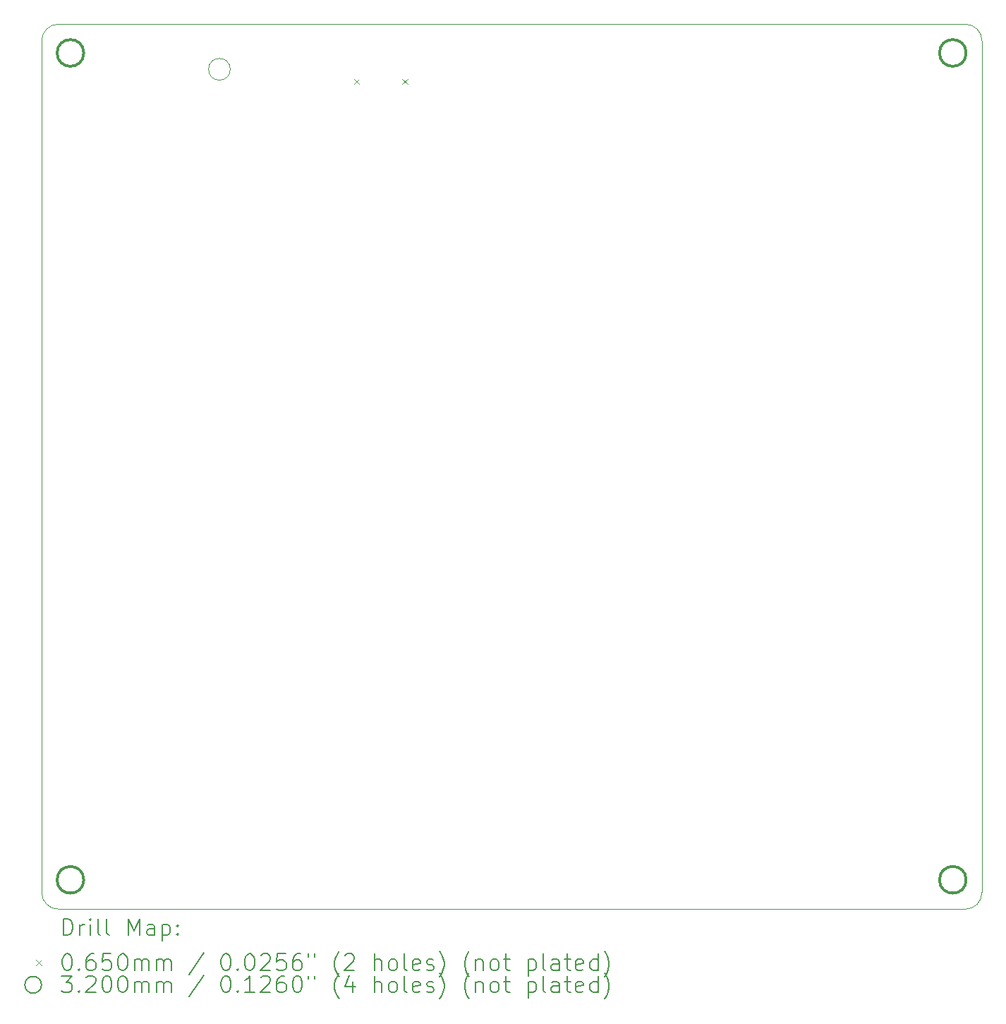
<source format=gbr>
%TF.GenerationSoftware,KiCad,Pcbnew,9.0.2*%
%TF.CreationDate,2025-06-16T21:06:24+01:00*%
%TF.ProjectId,WS2812B_strip_driver_wled,57533238-3132-4425-9f73-747269705f64,rev?*%
%TF.SameCoordinates,Original*%
%TF.FileFunction,Drillmap*%
%TF.FilePolarity,Positive*%
%FSLAX45Y45*%
G04 Gerber Fmt 4.5, Leading zero omitted, Abs format (unit mm)*
G04 Created by KiCad (PCBNEW 9.0.2) date 2025-06-16 21:06:24*
%MOMM*%
%LPD*%
G01*
G04 APERTURE LIST*
%ADD10C,0.050000*%
%ADD11C,0.200000*%
%ADD12C,0.100000*%
%ADD13C,0.320000*%
G04 APERTURE END LIST*
D10*
X12600136Y-17809718D02*
X12600333Y-7597000D01*
X12397242Y-7395055D02*
X1516250Y-7395001D01*
X12600136Y-17809908D02*
G75*
G02*
X12399000Y-18012994I-200216J-2852D01*
G01*
X12397241Y-7395050D02*
G75*
G02*
X12600333Y-7597000I2859J-200220D01*
G01*
X1315000Y-7598092D02*
X1315000Y-17810938D01*
X1314864Y-7598092D02*
G75*
G02*
X1516000Y-7395000I200218J2856D01*
G01*
X1518092Y-18012500D02*
X12399000Y-18013000D01*
X1518092Y-18012136D02*
G75*
G02*
X1315000Y-17811000I-2856J200218D01*
G01*
X3577934Y-7936156D02*
G75*
G02*
X3317886Y-7936156I-130024J0D01*
G01*
X3317886Y-7936156D02*
G75*
G02*
X3577934Y-7936156I130024J0D01*
G01*
D11*
D12*
X5063500Y-8050000D02*
X5128500Y-8115000D01*
X5128500Y-8050000D02*
X5063500Y-8115000D01*
X5641500Y-8050000D02*
X5706500Y-8115000D01*
X5706500Y-8050000D02*
X5641500Y-8115000D01*
D13*
X1820000Y-7740000D02*
G75*
G02*
X1500000Y-7740000I-160000J0D01*
G01*
X1500000Y-7740000D02*
G75*
G02*
X1820000Y-7740000I160000J0D01*
G01*
X1820000Y-17660000D02*
G75*
G02*
X1500000Y-17660000I-160000J0D01*
G01*
X1500000Y-17660000D02*
G75*
G02*
X1820000Y-17660000I160000J0D01*
G01*
X12410000Y-7740000D02*
G75*
G02*
X12090000Y-7740000I-160000J0D01*
G01*
X12090000Y-7740000D02*
G75*
G02*
X12410000Y-7740000I160000J0D01*
G01*
X12410000Y-17660000D02*
G75*
G02*
X12090000Y-17660000I-160000J0D01*
G01*
X12090000Y-17660000D02*
G75*
G02*
X12410000Y-17660000I160000J0D01*
G01*
D11*
X1573120Y-18326984D02*
X1573120Y-18126984D01*
X1573120Y-18126984D02*
X1620739Y-18126984D01*
X1620739Y-18126984D02*
X1649311Y-18136508D01*
X1649311Y-18136508D02*
X1668358Y-18155555D01*
X1668358Y-18155555D02*
X1677882Y-18174603D01*
X1677882Y-18174603D02*
X1687406Y-18212698D01*
X1687406Y-18212698D02*
X1687406Y-18241270D01*
X1687406Y-18241270D02*
X1677882Y-18279365D01*
X1677882Y-18279365D02*
X1668358Y-18298412D01*
X1668358Y-18298412D02*
X1649311Y-18317460D01*
X1649311Y-18317460D02*
X1620739Y-18326984D01*
X1620739Y-18326984D02*
X1573120Y-18326984D01*
X1773120Y-18326984D02*
X1773120Y-18193650D01*
X1773120Y-18231746D02*
X1782644Y-18212698D01*
X1782644Y-18212698D02*
X1792168Y-18203174D01*
X1792168Y-18203174D02*
X1811215Y-18193650D01*
X1811215Y-18193650D02*
X1830263Y-18193650D01*
X1896930Y-18326984D02*
X1896930Y-18193650D01*
X1896930Y-18126984D02*
X1887406Y-18136508D01*
X1887406Y-18136508D02*
X1896930Y-18146031D01*
X1896930Y-18146031D02*
X1906454Y-18136508D01*
X1906454Y-18136508D02*
X1896930Y-18126984D01*
X1896930Y-18126984D02*
X1896930Y-18146031D01*
X2020739Y-18326984D02*
X2001692Y-18317460D01*
X2001692Y-18317460D02*
X1992168Y-18298412D01*
X1992168Y-18298412D02*
X1992168Y-18126984D01*
X2125501Y-18326984D02*
X2106454Y-18317460D01*
X2106454Y-18317460D02*
X2096930Y-18298412D01*
X2096930Y-18298412D02*
X2096930Y-18126984D01*
X2354073Y-18326984D02*
X2354073Y-18126984D01*
X2354073Y-18126984D02*
X2420739Y-18269841D01*
X2420739Y-18269841D02*
X2487406Y-18126984D01*
X2487406Y-18126984D02*
X2487406Y-18326984D01*
X2668358Y-18326984D02*
X2668358Y-18222222D01*
X2668358Y-18222222D02*
X2658835Y-18203174D01*
X2658835Y-18203174D02*
X2639787Y-18193650D01*
X2639787Y-18193650D02*
X2601692Y-18193650D01*
X2601692Y-18193650D02*
X2582644Y-18203174D01*
X2668358Y-18317460D02*
X2649311Y-18326984D01*
X2649311Y-18326984D02*
X2601692Y-18326984D01*
X2601692Y-18326984D02*
X2582644Y-18317460D01*
X2582644Y-18317460D02*
X2573120Y-18298412D01*
X2573120Y-18298412D02*
X2573120Y-18279365D01*
X2573120Y-18279365D02*
X2582644Y-18260317D01*
X2582644Y-18260317D02*
X2601692Y-18250793D01*
X2601692Y-18250793D02*
X2649311Y-18250793D01*
X2649311Y-18250793D02*
X2668358Y-18241270D01*
X2763597Y-18193650D02*
X2763597Y-18393650D01*
X2763597Y-18203174D02*
X2782644Y-18193650D01*
X2782644Y-18193650D02*
X2820739Y-18193650D01*
X2820739Y-18193650D02*
X2839787Y-18203174D01*
X2839787Y-18203174D02*
X2849311Y-18212698D01*
X2849311Y-18212698D02*
X2858835Y-18231746D01*
X2858835Y-18231746D02*
X2858835Y-18288889D01*
X2858835Y-18288889D02*
X2849311Y-18307936D01*
X2849311Y-18307936D02*
X2839787Y-18317460D01*
X2839787Y-18317460D02*
X2820739Y-18326984D01*
X2820739Y-18326984D02*
X2782644Y-18326984D01*
X2782644Y-18326984D02*
X2763597Y-18317460D01*
X2944549Y-18307936D02*
X2954073Y-18317460D01*
X2954073Y-18317460D02*
X2944549Y-18326984D01*
X2944549Y-18326984D02*
X2935025Y-18317460D01*
X2935025Y-18317460D02*
X2944549Y-18307936D01*
X2944549Y-18307936D02*
X2944549Y-18326984D01*
X2944549Y-18203174D02*
X2954073Y-18212698D01*
X2954073Y-18212698D02*
X2944549Y-18222222D01*
X2944549Y-18222222D02*
X2935025Y-18212698D01*
X2935025Y-18212698D02*
X2944549Y-18203174D01*
X2944549Y-18203174D02*
X2944549Y-18222222D01*
D12*
X1247344Y-18623000D02*
X1312344Y-18688000D01*
X1312344Y-18623000D02*
X1247344Y-18688000D01*
D11*
X1611215Y-18546984D02*
X1630263Y-18546984D01*
X1630263Y-18546984D02*
X1649311Y-18556508D01*
X1649311Y-18556508D02*
X1658835Y-18566031D01*
X1658835Y-18566031D02*
X1668358Y-18585079D01*
X1668358Y-18585079D02*
X1677882Y-18623174D01*
X1677882Y-18623174D02*
X1677882Y-18670793D01*
X1677882Y-18670793D02*
X1668358Y-18708889D01*
X1668358Y-18708889D02*
X1658835Y-18727936D01*
X1658835Y-18727936D02*
X1649311Y-18737460D01*
X1649311Y-18737460D02*
X1630263Y-18746984D01*
X1630263Y-18746984D02*
X1611215Y-18746984D01*
X1611215Y-18746984D02*
X1592168Y-18737460D01*
X1592168Y-18737460D02*
X1582644Y-18727936D01*
X1582644Y-18727936D02*
X1573120Y-18708889D01*
X1573120Y-18708889D02*
X1563596Y-18670793D01*
X1563596Y-18670793D02*
X1563596Y-18623174D01*
X1563596Y-18623174D02*
X1573120Y-18585079D01*
X1573120Y-18585079D02*
X1582644Y-18566031D01*
X1582644Y-18566031D02*
X1592168Y-18556508D01*
X1592168Y-18556508D02*
X1611215Y-18546984D01*
X1763596Y-18727936D02*
X1773120Y-18737460D01*
X1773120Y-18737460D02*
X1763596Y-18746984D01*
X1763596Y-18746984D02*
X1754073Y-18737460D01*
X1754073Y-18737460D02*
X1763596Y-18727936D01*
X1763596Y-18727936D02*
X1763596Y-18746984D01*
X1944549Y-18546984D02*
X1906454Y-18546984D01*
X1906454Y-18546984D02*
X1887406Y-18556508D01*
X1887406Y-18556508D02*
X1877882Y-18566031D01*
X1877882Y-18566031D02*
X1858835Y-18594603D01*
X1858835Y-18594603D02*
X1849311Y-18632698D01*
X1849311Y-18632698D02*
X1849311Y-18708889D01*
X1849311Y-18708889D02*
X1858835Y-18727936D01*
X1858835Y-18727936D02*
X1868358Y-18737460D01*
X1868358Y-18737460D02*
X1887406Y-18746984D01*
X1887406Y-18746984D02*
X1925501Y-18746984D01*
X1925501Y-18746984D02*
X1944549Y-18737460D01*
X1944549Y-18737460D02*
X1954073Y-18727936D01*
X1954073Y-18727936D02*
X1963596Y-18708889D01*
X1963596Y-18708889D02*
X1963596Y-18661270D01*
X1963596Y-18661270D02*
X1954073Y-18642222D01*
X1954073Y-18642222D02*
X1944549Y-18632698D01*
X1944549Y-18632698D02*
X1925501Y-18623174D01*
X1925501Y-18623174D02*
X1887406Y-18623174D01*
X1887406Y-18623174D02*
X1868358Y-18632698D01*
X1868358Y-18632698D02*
X1858835Y-18642222D01*
X1858835Y-18642222D02*
X1849311Y-18661270D01*
X2144549Y-18546984D02*
X2049311Y-18546984D01*
X2049311Y-18546984D02*
X2039787Y-18642222D01*
X2039787Y-18642222D02*
X2049311Y-18632698D01*
X2049311Y-18632698D02*
X2068358Y-18623174D01*
X2068358Y-18623174D02*
X2115978Y-18623174D01*
X2115978Y-18623174D02*
X2135025Y-18632698D01*
X2135025Y-18632698D02*
X2144549Y-18642222D01*
X2144549Y-18642222D02*
X2154073Y-18661270D01*
X2154073Y-18661270D02*
X2154073Y-18708889D01*
X2154073Y-18708889D02*
X2144549Y-18727936D01*
X2144549Y-18727936D02*
X2135025Y-18737460D01*
X2135025Y-18737460D02*
X2115978Y-18746984D01*
X2115978Y-18746984D02*
X2068358Y-18746984D01*
X2068358Y-18746984D02*
X2049311Y-18737460D01*
X2049311Y-18737460D02*
X2039787Y-18727936D01*
X2277882Y-18546984D02*
X2296930Y-18546984D01*
X2296930Y-18546984D02*
X2315978Y-18556508D01*
X2315978Y-18556508D02*
X2325501Y-18566031D01*
X2325501Y-18566031D02*
X2335025Y-18585079D01*
X2335025Y-18585079D02*
X2344549Y-18623174D01*
X2344549Y-18623174D02*
X2344549Y-18670793D01*
X2344549Y-18670793D02*
X2335025Y-18708889D01*
X2335025Y-18708889D02*
X2325501Y-18727936D01*
X2325501Y-18727936D02*
X2315978Y-18737460D01*
X2315978Y-18737460D02*
X2296930Y-18746984D01*
X2296930Y-18746984D02*
X2277882Y-18746984D01*
X2277882Y-18746984D02*
X2258835Y-18737460D01*
X2258835Y-18737460D02*
X2249311Y-18727936D01*
X2249311Y-18727936D02*
X2239787Y-18708889D01*
X2239787Y-18708889D02*
X2230263Y-18670793D01*
X2230263Y-18670793D02*
X2230263Y-18623174D01*
X2230263Y-18623174D02*
X2239787Y-18585079D01*
X2239787Y-18585079D02*
X2249311Y-18566031D01*
X2249311Y-18566031D02*
X2258835Y-18556508D01*
X2258835Y-18556508D02*
X2277882Y-18546984D01*
X2430263Y-18746984D02*
X2430263Y-18613650D01*
X2430263Y-18632698D02*
X2439787Y-18623174D01*
X2439787Y-18623174D02*
X2458835Y-18613650D01*
X2458835Y-18613650D02*
X2487406Y-18613650D01*
X2487406Y-18613650D02*
X2506454Y-18623174D01*
X2506454Y-18623174D02*
X2515978Y-18642222D01*
X2515978Y-18642222D02*
X2515978Y-18746984D01*
X2515978Y-18642222D02*
X2525501Y-18623174D01*
X2525501Y-18623174D02*
X2544549Y-18613650D01*
X2544549Y-18613650D02*
X2573120Y-18613650D01*
X2573120Y-18613650D02*
X2592168Y-18623174D01*
X2592168Y-18623174D02*
X2601692Y-18642222D01*
X2601692Y-18642222D02*
X2601692Y-18746984D01*
X2696930Y-18746984D02*
X2696930Y-18613650D01*
X2696930Y-18632698D02*
X2706454Y-18623174D01*
X2706454Y-18623174D02*
X2725501Y-18613650D01*
X2725501Y-18613650D02*
X2754073Y-18613650D01*
X2754073Y-18613650D02*
X2773120Y-18623174D01*
X2773120Y-18623174D02*
X2782644Y-18642222D01*
X2782644Y-18642222D02*
X2782644Y-18746984D01*
X2782644Y-18642222D02*
X2792168Y-18623174D01*
X2792168Y-18623174D02*
X2811216Y-18613650D01*
X2811216Y-18613650D02*
X2839787Y-18613650D01*
X2839787Y-18613650D02*
X2858835Y-18623174D01*
X2858835Y-18623174D02*
X2868358Y-18642222D01*
X2868358Y-18642222D02*
X2868358Y-18746984D01*
X3258835Y-18537460D02*
X3087406Y-18794603D01*
X3515978Y-18546984D02*
X3535025Y-18546984D01*
X3535025Y-18546984D02*
X3554073Y-18556508D01*
X3554073Y-18556508D02*
X3563597Y-18566031D01*
X3563597Y-18566031D02*
X3573120Y-18585079D01*
X3573120Y-18585079D02*
X3582644Y-18623174D01*
X3582644Y-18623174D02*
X3582644Y-18670793D01*
X3582644Y-18670793D02*
X3573120Y-18708889D01*
X3573120Y-18708889D02*
X3563597Y-18727936D01*
X3563597Y-18727936D02*
X3554073Y-18737460D01*
X3554073Y-18737460D02*
X3535025Y-18746984D01*
X3535025Y-18746984D02*
X3515978Y-18746984D01*
X3515978Y-18746984D02*
X3496930Y-18737460D01*
X3496930Y-18737460D02*
X3487406Y-18727936D01*
X3487406Y-18727936D02*
X3477882Y-18708889D01*
X3477882Y-18708889D02*
X3468359Y-18670793D01*
X3468359Y-18670793D02*
X3468359Y-18623174D01*
X3468359Y-18623174D02*
X3477882Y-18585079D01*
X3477882Y-18585079D02*
X3487406Y-18566031D01*
X3487406Y-18566031D02*
X3496930Y-18556508D01*
X3496930Y-18556508D02*
X3515978Y-18546984D01*
X3668359Y-18727936D02*
X3677882Y-18737460D01*
X3677882Y-18737460D02*
X3668359Y-18746984D01*
X3668359Y-18746984D02*
X3658835Y-18737460D01*
X3658835Y-18737460D02*
X3668359Y-18727936D01*
X3668359Y-18727936D02*
X3668359Y-18746984D01*
X3801692Y-18546984D02*
X3820740Y-18546984D01*
X3820740Y-18546984D02*
X3839787Y-18556508D01*
X3839787Y-18556508D02*
X3849311Y-18566031D01*
X3849311Y-18566031D02*
X3858835Y-18585079D01*
X3858835Y-18585079D02*
X3868359Y-18623174D01*
X3868359Y-18623174D02*
X3868359Y-18670793D01*
X3868359Y-18670793D02*
X3858835Y-18708889D01*
X3858835Y-18708889D02*
X3849311Y-18727936D01*
X3849311Y-18727936D02*
X3839787Y-18737460D01*
X3839787Y-18737460D02*
X3820740Y-18746984D01*
X3820740Y-18746984D02*
X3801692Y-18746984D01*
X3801692Y-18746984D02*
X3782644Y-18737460D01*
X3782644Y-18737460D02*
X3773120Y-18727936D01*
X3773120Y-18727936D02*
X3763597Y-18708889D01*
X3763597Y-18708889D02*
X3754073Y-18670793D01*
X3754073Y-18670793D02*
X3754073Y-18623174D01*
X3754073Y-18623174D02*
X3763597Y-18585079D01*
X3763597Y-18585079D02*
X3773120Y-18566031D01*
X3773120Y-18566031D02*
X3782644Y-18556508D01*
X3782644Y-18556508D02*
X3801692Y-18546984D01*
X3944549Y-18566031D02*
X3954073Y-18556508D01*
X3954073Y-18556508D02*
X3973120Y-18546984D01*
X3973120Y-18546984D02*
X4020740Y-18546984D01*
X4020740Y-18546984D02*
X4039787Y-18556508D01*
X4039787Y-18556508D02*
X4049311Y-18566031D01*
X4049311Y-18566031D02*
X4058835Y-18585079D01*
X4058835Y-18585079D02*
X4058835Y-18604127D01*
X4058835Y-18604127D02*
X4049311Y-18632698D01*
X4049311Y-18632698D02*
X3935025Y-18746984D01*
X3935025Y-18746984D02*
X4058835Y-18746984D01*
X4239787Y-18546984D02*
X4144549Y-18546984D01*
X4144549Y-18546984D02*
X4135025Y-18642222D01*
X4135025Y-18642222D02*
X4144549Y-18632698D01*
X4144549Y-18632698D02*
X4163597Y-18623174D01*
X4163597Y-18623174D02*
X4211216Y-18623174D01*
X4211216Y-18623174D02*
X4230263Y-18632698D01*
X4230263Y-18632698D02*
X4239787Y-18642222D01*
X4239787Y-18642222D02*
X4249311Y-18661270D01*
X4249311Y-18661270D02*
X4249311Y-18708889D01*
X4249311Y-18708889D02*
X4239787Y-18727936D01*
X4239787Y-18727936D02*
X4230263Y-18737460D01*
X4230263Y-18737460D02*
X4211216Y-18746984D01*
X4211216Y-18746984D02*
X4163597Y-18746984D01*
X4163597Y-18746984D02*
X4144549Y-18737460D01*
X4144549Y-18737460D02*
X4135025Y-18727936D01*
X4420740Y-18546984D02*
X4382644Y-18546984D01*
X4382644Y-18546984D02*
X4363597Y-18556508D01*
X4363597Y-18556508D02*
X4354073Y-18566031D01*
X4354073Y-18566031D02*
X4335025Y-18594603D01*
X4335025Y-18594603D02*
X4325502Y-18632698D01*
X4325502Y-18632698D02*
X4325502Y-18708889D01*
X4325502Y-18708889D02*
X4335025Y-18727936D01*
X4335025Y-18727936D02*
X4344549Y-18737460D01*
X4344549Y-18737460D02*
X4363597Y-18746984D01*
X4363597Y-18746984D02*
X4401692Y-18746984D01*
X4401692Y-18746984D02*
X4420740Y-18737460D01*
X4420740Y-18737460D02*
X4430263Y-18727936D01*
X4430263Y-18727936D02*
X4439787Y-18708889D01*
X4439787Y-18708889D02*
X4439787Y-18661270D01*
X4439787Y-18661270D02*
X4430263Y-18642222D01*
X4430263Y-18642222D02*
X4420740Y-18632698D01*
X4420740Y-18632698D02*
X4401692Y-18623174D01*
X4401692Y-18623174D02*
X4363597Y-18623174D01*
X4363597Y-18623174D02*
X4344549Y-18632698D01*
X4344549Y-18632698D02*
X4335025Y-18642222D01*
X4335025Y-18642222D02*
X4325502Y-18661270D01*
X4515978Y-18546984D02*
X4515978Y-18585079D01*
X4592168Y-18546984D02*
X4592168Y-18585079D01*
X4887406Y-18823174D02*
X4877883Y-18813650D01*
X4877883Y-18813650D02*
X4858835Y-18785079D01*
X4858835Y-18785079D02*
X4849311Y-18766031D01*
X4849311Y-18766031D02*
X4839787Y-18737460D01*
X4839787Y-18737460D02*
X4830264Y-18689841D01*
X4830264Y-18689841D02*
X4830264Y-18651746D01*
X4830264Y-18651746D02*
X4839787Y-18604127D01*
X4839787Y-18604127D02*
X4849311Y-18575555D01*
X4849311Y-18575555D02*
X4858835Y-18556508D01*
X4858835Y-18556508D02*
X4877883Y-18527936D01*
X4877883Y-18527936D02*
X4887406Y-18518412D01*
X4954073Y-18566031D02*
X4963597Y-18556508D01*
X4963597Y-18556508D02*
X4982644Y-18546984D01*
X4982644Y-18546984D02*
X5030264Y-18546984D01*
X5030264Y-18546984D02*
X5049311Y-18556508D01*
X5049311Y-18556508D02*
X5058835Y-18566031D01*
X5058835Y-18566031D02*
X5068359Y-18585079D01*
X5068359Y-18585079D02*
X5068359Y-18604127D01*
X5068359Y-18604127D02*
X5058835Y-18632698D01*
X5058835Y-18632698D02*
X4944549Y-18746984D01*
X4944549Y-18746984D02*
X5068359Y-18746984D01*
X5306454Y-18746984D02*
X5306454Y-18546984D01*
X5392168Y-18746984D02*
X5392168Y-18642222D01*
X5392168Y-18642222D02*
X5382645Y-18623174D01*
X5382645Y-18623174D02*
X5363597Y-18613650D01*
X5363597Y-18613650D02*
X5335025Y-18613650D01*
X5335025Y-18613650D02*
X5315978Y-18623174D01*
X5315978Y-18623174D02*
X5306454Y-18632698D01*
X5515978Y-18746984D02*
X5496930Y-18737460D01*
X5496930Y-18737460D02*
X5487406Y-18727936D01*
X5487406Y-18727936D02*
X5477883Y-18708889D01*
X5477883Y-18708889D02*
X5477883Y-18651746D01*
X5477883Y-18651746D02*
X5487406Y-18632698D01*
X5487406Y-18632698D02*
X5496930Y-18623174D01*
X5496930Y-18623174D02*
X5515978Y-18613650D01*
X5515978Y-18613650D02*
X5544549Y-18613650D01*
X5544549Y-18613650D02*
X5563597Y-18623174D01*
X5563597Y-18623174D02*
X5573121Y-18632698D01*
X5573121Y-18632698D02*
X5582645Y-18651746D01*
X5582645Y-18651746D02*
X5582645Y-18708889D01*
X5582645Y-18708889D02*
X5573121Y-18727936D01*
X5573121Y-18727936D02*
X5563597Y-18737460D01*
X5563597Y-18737460D02*
X5544549Y-18746984D01*
X5544549Y-18746984D02*
X5515978Y-18746984D01*
X5696930Y-18746984D02*
X5677883Y-18737460D01*
X5677883Y-18737460D02*
X5668359Y-18718412D01*
X5668359Y-18718412D02*
X5668359Y-18546984D01*
X5849311Y-18737460D02*
X5830264Y-18746984D01*
X5830264Y-18746984D02*
X5792168Y-18746984D01*
X5792168Y-18746984D02*
X5773121Y-18737460D01*
X5773121Y-18737460D02*
X5763597Y-18718412D01*
X5763597Y-18718412D02*
X5763597Y-18642222D01*
X5763597Y-18642222D02*
X5773121Y-18623174D01*
X5773121Y-18623174D02*
X5792168Y-18613650D01*
X5792168Y-18613650D02*
X5830264Y-18613650D01*
X5830264Y-18613650D02*
X5849311Y-18623174D01*
X5849311Y-18623174D02*
X5858835Y-18642222D01*
X5858835Y-18642222D02*
X5858835Y-18661270D01*
X5858835Y-18661270D02*
X5763597Y-18680317D01*
X5935025Y-18737460D02*
X5954073Y-18746984D01*
X5954073Y-18746984D02*
X5992168Y-18746984D01*
X5992168Y-18746984D02*
X6011216Y-18737460D01*
X6011216Y-18737460D02*
X6020740Y-18718412D01*
X6020740Y-18718412D02*
X6020740Y-18708889D01*
X6020740Y-18708889D02*
X6011216Y-18689841D01*
X6011216Y-18689841D02*
X5992168Y-18680317D01*
X5992168Y-18680317D02*
X5963597Y-18680317D01*
X5963597Y-18680317D02*
X5944549Y-18670793D01*
X5944549Y-18670793D02*
X5935025Y-18651746D01*
X5935025Y-18651746D02*
X5935025Y-18642222D01*
X5935025Y-18642222D02*
X5944549Y-18623174D01*
X5944549Y-18623174D02*
X5963597Y-18613650D01*
X5963597Y-18613650D02*
X5992168Y-18613650D01*
X5992168Y-18613650D02*
X6011216Y-18623174D01*
X6087406Y-18823174D02*
X6096930Y-18813650D01*
X6096930Y-18813650D02*
X6115978Y-18785079D01*
X6115978Y-18785079D02*
X6125502Y-18766031D01*
X6125502Y-18766031D02*
X6135025Y-18737460D01*
X6135025Y-18737460D02*
X6144549Y-18689841D01*
X6144549Y-18689841D02*
X6144549Y-18651746D01*
X6144549Y-18651746D02*
X6135025Y-18604127D01*
X6135025Y-18604127D02*
X6125502Y-18575555D01*
X6125502Y-18575555D02*
X6115978Y-18556508D01*
X6115978Y-18556508D02*
X6096930Y-18527936D01*
X6096930Y-18527936D02*
X6087406Y-18518412D01*
X6449311Y-18823174D02*
X6439787Y-18813650D01*
X6439787Y-18813650D02*
X6420740Y-18785079D01*
X6420740Y-18785079D02*
X6411216Y-18766031D01*
X6411216Y-18766031D02*
X6401692Y-18737460D01*
X6401692Y-18737460D02*
X6392168Y-18689841D01*
X6392168Y-18689841D02*
X6392168Y-18651746D01*
X6392168Y-18651746D02*
X6401692Y-18604127D01*
X6401692Y-18604127D02*
X6411216Y-18575555D01*
X6411216Y-18575555D02*
X6420740Y-18556508D01*
X6420740Y-18556508D02*
X6439787Y-18527936D01*
X6439787Y-18527936D02*
X6449311Y-18518412D01*
X6525502Y-18613650D02*
X6525502Y-18746984D01*
X6525502Y-18632698D02*
X6535025Y-18623174D01*
X6535025Y-18623174D02*
X6554073Y-18613650D01*
X6554073Y-18613650D02*
X6582645Y-18613650D01*
X6582645Y-18613650D02*
X6601692Y-18623174D01*
X6601692Y-18623174D02*
X6611216Y-18642222D01*
X6611216Y-18642222D02*
X6611216Y-18746984D01*
X6735025Y-18746984D02*
X6715978Y-18737460D01*
X6715978Y-18737460D02*
X6706454Y-18727936D01*
X6706454Y-18727936D02*
X6696930Y-18708889D01*
X6696930Y-18708889D02*
X6696930Y-18651746D01*
X6696930Y-18651746D02*
X6706454Y-18632698D01*
X6706454Y-18632698D02*
X6715978Y-18623174D01*
X6715978Y-18623174D02*
X6735025Y-18613650D01*
X6735025Y-18613650D02*
X6763597Y-18613650D01*
X6763597Y-18613650D02*
X6782645Y-18623174D01*
X6782645Y-18623174D02*
X6792168Y-18632698D01*
X6792168Y-18632698D02*
X6801692Y-18651746D01*
X6801692Y-18651746D02*
X6801692Y-18708889D01*
X6801692Y-18708889D02*
X6792168Y-18727936D01*
X6792168Y-18727936D02*
X6782645Y-18737460D01*
X6782645Y-18737460D02*
X6763597Y-18746984D01*
X6763597Y-18746984D02*
X6735025Y-18746984D01*
X6858835Y-18613650D02*
X6935025Y-18613650D01*
X6887406Y-18546984D02*
X6887406Y-18718412D01*
X6887406Y-18718412D02*
X6896930Y-18737460D01*
X6896930Y-18737460D02*
X6915978Y-18746984D01*
X6915978Y-18746984D02*
X6935025Y-18746984D01*
X7154073Y-18613650D02*
X7154073Y-18813650D01*
X7154073Y-18623174D02*
X7173121Y-18613650D01*
X7173121Y-18613650D02*
X7211216Y-18613650D01*
X7211216Y-18613650D02*
X7230264Y-18623174D01*
X7230264Y-18623174D02*
X7239787Y-18632698D01*
X7239787Y-18632698D02*
X7249311Y-18651746D01*
X7249311Y-18651746D02*
X7249311Y-18708889D01*
X7249311Y-18708889D02*
X7239787Y-18727936D01*
X7239787Y-18727936D02*
X7230264Y-18737460D01*
X7230264Y-18737460D02*
X7211216Y-18746984D01*
X7211216Y-18746984D02*
X7173121Y-18746984D01*
X7173121Y-18746984D02*
X7154073Y-18737460D01*
X7363597Y-18746984D02*
X7344549Y-18737460D01*
X7344549Y-18737460D02*
X7335026Y-18718412D01*
X7335026Y-18718412D02*
X7335026Y-18546984D01*
X7525502Y-18746984D02*
X7525502Y-18642222D01*
X7525502Y-18642222D02*
X7515978Y-18623174D01*
X7515978Y-18623174D02*
X7496930Y-18613650D01*
X7496930Y-18613650D02*
X7458835Y-18613650D01*
X7458835Y-18613650D02*
X7439787Y-18623174D01*
X7525502Y-18737460D02*
X7506454Y-18746984D01*
X7506454Y-18746984D02*
X7458835Y-18746984D01*
X7458835Y-18746984D02*
X7439787Y-18737460D01*
X7439787Y-18737460D02*
X7430264Y-18718412D01*
X7430264Y-18718412D02*
X7430264Y-18699365D01*
X7430264Y-18699365D02*
X7439787Y-18680317D01*
X7439787Y-18680317D02*
X7458835Y-18670793D01*
X7458835Y-18670793D02*
X7506454Y-18670793D01*
X7506454Y-18670793D02*
X7525502Y-18661270D01*
X7592168Y-18613650D02*
X7668359Y-18613650D01*
X7620740Y-18546984D02*
X7620740Y-18718412D01*
X7620740Y-18718412D02*
X7630264Y-18737460D01*
X7630264Y-18737460D02*
X7649311Y-18746984D01*
X7649311Y-18746984D02*
X7668359Y-18746984D01*
X7811216Y-18737460D02*
X7792168Y-18746984D01*
X7792168Y-18746984D02*
X7754073Y-18746984D01*
X7754073Y-18746984D02*
X7735026Y-18737460D01*
X7735026Y-18737460D02*
X7725502Y-18718412D01*
X7725502Y-18718412D02*
X7725502Y-18642222D01*
X7725502Y-18642222D02*
X7735026Y-18623174D01*
X7735026Y-18623174D02*
X7754073Y-18613650D01*
X7754073Y-18613650D02*
X7792168Y-18613650D01*
X7792168Y-18613650D02*
X7811216Y-18623174D01*
X7811216Y-18623174D02*
X7820740Y-18642222D01*
X7820740Y-18642222D02*
X7820740Y-18661270D01*
X7820740Y-18661270D02*
X7725502Y-18680317D01*
X7992168Y-18746984D02*
X7992168Y-18546984D01*
X7992168Y-18737460D02*
X7973121Y-18746984D01*
X7973121Y-18746984D02*
X7935026Y-18746984D01*
X7935026Y-18746984D02*
X7915978Y-18737460D01*
X7915978Y-18737460D02*
X7906454Y-18727936D01*
X7906454Y-18727936D02*
X7896930Y-18708889D01*
X7896930Y-18708889D02*
X7896930Y-18651746D01*
X7896930Y-18651746D02*
X7906454Y-18632698D01*
X7906454Y-18632698D02*
X7915978Y-18623174D01*
X7915978Y-18623174D02*
X7935026Y-18613650D01*
X7935026Y-18613650D02*
X7973121Y-18613650D01*
X7973121Y-18613650D02*
X7992168Y-18623174D01*
X8068359Y-18823174D02*
X8077883Y-18813650D01*
X8077883Y-18813650D02*
X8096930Y-18785079D01*
X8096930Y-18785079D02*
X8106454Y-18766031D01*
X8106454Y-18766031D02*
X8115978Y-18737460D01*
X8115978Y-18737460D02*
X8125502Y-18689841D01*
X8125502Y-18689841D02*
X8125502Y-18651746D01*
X8125502Y-18651746D02*
X8115978Y-18604127D01*
X8115978Y-18604127D02*
X8106454Y-18575555D01*
X8106454Y-18575555D02*
X8096930Y-18556508D01*
X8096930Y-18556508D02*
X8077883Y-18527936D01*
X8077883Y-18527936D02*
X8068359Y-18518412D01*
X1312344Y-18919500D02*
G75*
G02*
X1112344Y-18919500I-100000J0D01*
G01*
X1112344Y-18919500D02*
G75*
G02*
X1312344Y-18919500I100000J0D01*
G01*
X1554073Y-18810984D02*
X1677882Y-18810984D01*
X1677882Y-18810984D02*
X1611215Y-18887174D01*
X1611215Y-18887174D02*
X1639787Y-18887174D01*
X1639787Y-18887174D02*
X1658835Y-18896698D01*
X1658835Y-18896698D02*
X1668358Y-18906222D01*
X1668358Y-18906222D02*
X1677882Y-18925270D01*
X1677882Y-18925270D02*
X1677882Y-18972889D01*
X1677882Y-18972889D02*
X1668358Y-18991936D01*
X1668358Y-18991936D02*
X1658835Y-19001460D01*
X1658835Y-19001460D02*
X1639787Y-19010984D01*
X1639787Y-19010984D02*
X1582644Y-19010984D01*
X1582644Y-19010984D02*
X1563596Y-19001460D01*
X1563596Y-19001460D02*
X1554073Y-18991936D01*
X1763596Y-18991936D02*
X1773120Y-19001460D01*
X1773120Y-19001460D02*
X1763596Y-19010984D01*
X1763596Y-19010984D02*
X1754073Y-19001460D01*
X1754073Y-19001460D02*
X1763596Y-18991936D01*
X1763596Y-18991936D02*
X1763596Y-19010984D01*
X1849311Y-18830031D02*
X1858835Y-18820508D01*
X1858835Y-18820508D02*
X1877882Y-18810984D01*
X1877882Y-18810984D02*
X1925501Y-18810984D01*
X1925501Y-18810984D02*
X1944549Y-18820508D01*
X1944549Y-18820508D02*
X1954073Y-18830031D01*
X1954073Y-18830031D02*
X1963596Y-18849079D01*
X1963596Y-18849079D02*
X1963596Y-18868127D01*
X1963596Y-18868127D02*
X1954073Y-18896698D01*
X1954073Y-18896698D02*
X1839787Y-19010984D01*
X1839787Y-19010984D02*
X1963596Y-19010984D01*
X2087406Y-18810984D02*
X2106454Y-18810984D01*
X2106454Y-18810984D02*
X2125501Y-18820508D01*
X2125501Y-18820508D02*
X2135025Y-18830031D01*
X2135025Y-18830031D02*
X2144549Y-18849079D01*
X2144549Y-18849079D02*
X2154073Y-18887174D01*
X2154073Y-18887174D02*
X2154073Y-18934793D01*
X2154073Y-18934793D02*
X2144549Y-18972889D01*
X2144549Y-18972889D02*
X2135025Y-18991936D01*
X2135025Y-18991936D02*
X2125501Y-19001460D01*
X2125501Y-19001460D02*
X2106454Y-19010984D01*
X2106454Y-19010984D02*
X2087406Y-19010984D01*
X2087406Y-19010984D02*
X2068358Y-19001460D01*
X2068358Y-19001460D02*
X2058835Y-18991936D01*
X2058835Y-18991936D02*
X2049311Y-18972889D01*
X2049311Y-18972889D02*
X2039787Y-18934793D01*
X2039787Y-18934793D02*
X2039787Y-18887174D01*
X2039787Y-18887174D02*
X2049311Y-18849079D01*
X2049311Y-18849079D02*
X2058835Y-18830031D01*
X2058835Y-18830031D02*
X2068358Y-18820508D01*
X2068358Y-18820508D02*
X2087406Y-18810984D01*
X2277882Y-18810984D02*
X2296930Y-18810984D01*
X2296930Y-18810984D02*
X2315978Y-18820508D01*
X2315978Y-18820508D02*
X2325501Y-18830031D01*
X2325501Y-18830031D02*
X2335025Y-18849079D01*
X2335025Y-18849079D02*
X2344549Y-18887174D01*
X2344549Y-18887174D02*
X2344549Y-18934793D01*
X2344549Y-18934793D02*
X2335025Y-18972889D01*
X2335025Y-18972889D02*
X2325501Y-18991936D01*
X2325501Y-18991936D02*
X2315978Y-19001460D01*
X2315978Y-19001460D02*
X2296930Y-19010984D01*
X2296930Y-19010984D02*
X2277882Y-19010984D01*
X2277882Y-19010984D02*
X2258835Y-19001460D01*
X2258835Y-19001460D02*
X2249311Y-18991936D01*
X2249311Y-18991936D02*
X2239787Y-18972889D01*
X2239787Y-18972889D02*
X2230263Y-18934793D01*
X2230263Y-18934793D02*
X2230263Y-18887174D01*
X2230263Y-18887174D02*
X2239787Y-18849079D01*
X2239787Y-18849079D02*
X2249311Y-18830031D01*
X2249311Y-18830031D02*
X2258835Y-18820508D01*
X2258835Y-18820508D02*
X2277882Y-18810984D01*
X2430263Y-19010984D02*
X2430263Y-18877650D01*
X2430263Y-18896698D02*
X2439787Y-18887174D01*
X2439787Y-18887174D02*
X2458835Y-18877650D01*
X2458835Y-18877650D02*
X2487406Y-18877650D01*
X2487406Y-18877650D02*
X2506454Y-18887174D01*
X2506454Y-18887174D02*
X2515978Y-18906222D01*
X2515978Y-18906222D02*
X2515978Y-19010984D01*
X2515978Y-18906222D02*
X2525501Y-18887174D01*
X2525501Y-18887174D02*
X2544549Y-18877650D01*
X2544549Y-18877650D02*
X2573120Y-18877650D01*
X2573120Y-18877650D02*
X2592168Y-18887174D01*
X2592168Y-18887174D02*
X2601692Y-18906222D01*
X2601692Y-18906222D02*
X2601692Y-19010984D01*
X2696930Y-19010984D02*
X2696930Y-18877650D01*
X2696930Y-18896698D02*
X2706454Y-18887174D01*
X2706454Y-18887174D02*
X2725501Y-18877650D01*
X2725501Y-18877650D02*
X2754073Y-18877650D01*
X2754073Y-18877650D02*
X2773120Y-18887174D01*
X2773120Y-18887174D02*
X2782644Y-18906222D01*
X2782644Y-18906222D02*
X2782644Y-19010984D01*
X2782644Y-18906222D02*
X2792168Y-18887174D01*
X2792168Y-18887174D02*
X2811216Y-18877650D01*
X2811216Y-18877650D02*
X2839787Y-18877650D01*
X2839787Y-18877650D02*
X2858835Y-18887174D01*
X2858835Y-18887174D02*
X2868358Y-18906222D01*
X2868358Y-18906222D02*
X2868358Y-19010984D01*
X3258835Y-18801460D02*
X3087406Y-19058603D01*
X3515978Y-18810984D02*
X3535025Y-18810984D01*
X3535025Y-18810984D02*
X3554073Y-18820508D01*
X3554073Y-18820508D02*
X3563597Y-18830031D01*
X3563597Y-18830031D02*
X3573120Y-18849079D01*
X3573120Y-18849079D02*
X3582644Y-18887174D01*
X3582644Y-18887174D02*
X3582644Y-18934793D01*
X3582644Y-18934793D02*
X3573120Y-18972889D01*
X3573120Y-18972889D02*
X3563597Y-18991936D01*
X3563597Y-18991936D02*
X3554073Y-19001460D01*
X3554073Y-19001460D02*
X3535025Y-19010984D01*
X3535025Y-19010984D02*
X3515978Y-19010984D01*
X3515978Y-19010984D02*
X3496930Y-19001460D01*
X3496930Y-19001460D02*
X3487406Y-18991936D01*
X3487406Y-18991936D02*
X3477882Y-18972889D01*
X3477882Y-18972889D02*
X3468359Y-18934793D01*
X3468359Y-18934793D02*
X3468359Y-18887174D01*
X3468359Y-18887174D02*
X3477882Y-18849079D01*
X3477882Y-18849079D02*
X3487406Y-18830031D01*
X3487406Y-18830031D02*
X3496930Y-18820508D01*
X3496930Y-18820508D02*
X3515978Y-18810984D01*
X3668359Y-18991936D02*
X3677882Y-19001460D01*
X3677882Y-19001460D02*
X3668359Y-19010984D01*
X3668359Y-19010984D02*
X3658835Y-19001460D01*
X3658835Y-19001460D02*
X3668359Y-18991936D01*
X3668359Y-18991936D02*
X3668359Y-19010984D01*
X3868359Y-19010984D02*
X3754073Y-19010984D01*
X3811216Y-19010984D02*
X3811216Y-18810984D01*
X3811216Y-18810984D02*
X3792168Y-18839555D01*
X3792168Y-18839555D02*
X3773120Y-18858603D01*
X3773120Y-18858603D02*
X3754073Y-18868127D01*
X3944549Y-18830031D02*
X3954073Y-18820508D01*
X3954073Y-18820508D02*
X3973120Y-18810984D01*
X3973120Y-18810984D02*
X4020740Y-18810984D01*
X4020740Y-18810984D02*
X4039787Y-18820508D01*
X4039787Y-18820508D02*
X4049311Y-18830031D01*
X4049311Y-18830031D02*
X4058835Y-18849079D01*
X4058835Y-18849079D02*
X4058835Y-18868127D01*
X4058835Y-18868127D02*
X4049311Y-18896698D01*
X4049311Y-18896698D02*
X3935025Y-19010984D01*
X3935025Y-19010984D02*
X4058835Y-19010984D01*
X4230263Y-18810984D02*
X4192168Y-18810984D01*
X4192168Y-18810984D02*
X4173120Y-18820508D01*
X4173120Y-18820508D02*
X4163597Y-18830031D01*
X4163597Y-18830031D02*
X4144549Y-18858603D01*
X4144549Y-18858603D02*
X4135025Y-18896698D01*
X4135025Y-18896698D02*
X4135025Y-18972889D01*
X4135025Y-18972889D02*
X4144549Y-18991936D01*
X4144549Y-18991936D02*
X4154073Y-19001460D01*
X4154073Y-19001460D02*
X4173120Y-19010984D01*
X4173120Y-19010984D02*
X4211216Y-19010984D01*
X4211216Y-19010984D02*
X4230263Y-19001460D01*
X4230263Y-19001460D02*
X4239787Y-18991936D01*
X4239787Y-18991936D02*
X4249311Y-18972889D01*
X4249311Y-18972889D02*
X4249311Y-18925270D01*
X4249311Y-18925270D02*
X4239787Y-18906222D01*
X4239787Y-18906222D02*
X4230263Y-18896698D01*
X4230263Y-18896698D02*
X4211216Y-18887174D01*
X4211216Y-18887174D02*
X4173120Y-18887174D01*
X4173120Y-18887174D02*
X4154073Y-18896698D01*
X4154073Y-18896698D02*
X4144549Y-18906222D01*
X4144549Y-18906222D02*
X4135025Y-18925270D01*
X4373121Y-18810984D02*
X4392168Y-18810984D01*
X4392168Y-18810984D02*
X4411216Y-18820508D01*
X4411216Y-18820508D02*
X4420740Y-18830031D01*
X4420740Y-18830031D02*
X4430263Y-18849079D01*
X4430263Y-18849079D02*
X4439787Y-18887174D01*
X4439787Y-18887174D02*
X4439787Y-18934793D01*
X4439787Y-18934793D02*
X4430263Y-18972889D01*
X4430263Y-18972889D02*
X4420740Y-18991936D01*
X4420740Y-18991936D02*
X4411216Y-19001460D01*
X4411216Y-19001460D02*
X4392168Y-19010984D01*
X4392168Y-19010984D02*
X4373121Y-19010984D01*
X4373121Y-19010984D02*
X4354073Y-19001460D01*
X4354073Y-19001460D02*
X4344549Y-18991936D01*
X4344549Y-18991936D02*
X4335025Y-18972889D01*
X4335025Y-18972889D02*
X4325502Y-18934793D01*
X4325502Y-18934793D02*
X4325502Y-18887174D01*
X4325502Y-18887174D02*
X4335025Y-18849079D01*
X4335025Y-18849079D02*
X4344549Y-18830031D01*
X4344549Y-18830031D02*
X4354073Y-18820508D01*
X4354073Y-18820508D02*
X4373121Y-18810984D01*
X4515978Y-18810984D02*
X4515978Y-18849079D01*
X4592168Y-18810984D02*
X4592168Y-18849079D01*
X4887406Y-19087174D02*
X4877883Y-19077650D01*
X4877883Y-19077650D02*
X4858835Y-19049079D01*
X4858835Y-19049079D02*
X4849311Y-19030031D01*
X4849311Y-19030031D02*
X4839787Y-19001460D01*
X4839787Y-19001460D02*
X4830264Y-18953841D01*
X4830264Y-18953841D02*
X4830264Y-18915746D01*
X4830264Y-18915746D02*
X4839787Y-18868127D01*
X4839787Y-18868127D02*
X4849311Y-18839555D01*
X4849311Y-18839555D02*
X4858835Y-18820508D01*
X4858835Y-18820508D02*
X4877883Y-18791936D01*
X4877883Y-18791936D02*
X4887406Y-18782412D01*
X5049311Y-18877650D02*
X5049311Y-19010984D01*
X5001692Y-18801460D02*
X4954073Y-18944317D01*
X4954073Y-18944317D02*
X5077883Y-18944317D01*
X5306454Y-19010984D02*
X5306454Y-18810984D01*
X5392168Y-19010984D02*
X5392168Y-18906222D01*
X5392168Y-18906222D02*
X5382645Y-18887174D01*
X5382645Y-18887174D02*
X5363597Y-18877650D01*
X5363597Y-18877650D02*
X5335025Y-18877650D01*
X5335025Y-18877650D02*
X5315978Y-18887174D01*
X5315978Y-18887174D02*
X5306454Y-18896698D01*
X5515978Y-19010984D02*
X5496930Y-19001460D01*
X5496930Y-19001460D02*
X5487406Y-18991936D01*
X5487406Y-18991936D02*
X5477883Y-18972889D01*
X5477883Y-18972889D02*
X5477883Y-18915746D01*
X5477883Y-18915746D02*
X5487406Y-18896698D01*
X5487406Y-18896698D02*
X5496930Y-18887174D01*
X5496930Y-18887174D02*
X5515978Y-18877650D01*
X5515978Y-18877650D02*
X5544549Y-18877650D01*
X5544549Y-18877650D02*
X5563597Y-18887174D01*
X5563597Y-18887174D02*
X5573121Y-18896698D01*
X5573121Y-18896698D02*
X5582645Y-18915746D01*
X5582645Y-18915746D02*
X5582645Y-18972889D01*
X5582645Y-18972889D02*
X5573121Y-18991936D01*
X5573121Y-18991936D02*
X5563597Y-19001460D01*
X5563597Y-19001460D02*
X5544549Y-19010984D01*
X5544549Y-19010984D02*
X5515978Y-19010984D01*
X5696930Y-19010984D02*
X5677883Y-19001460D01*
X5677883Y-19001460D02*
X5668359Y-18982412D01*
X5668359Y-18982412D02*
X5668359Y-18810984D01*
X5849311Y-19001460D02*
X5830264Y-19010984D01*
X5830264Y-19010984D02*
X5792168Y-19010984D01*
X5792168Y-19010984D02*
X5773121Y-19001460D01*
X5773121Y-19001460D02*
X5763597Y-18982412D01*
X5763597Y-18982412D02*
X5763597Y-18906222D01*
X5763597Y-18906222D02*
X5773121Y-18887174D01*
X5773121Y-18887174D02*
X5792168Y-18877650D01*
X5792168Y-18877650D02*
X5830264Y-18877650D01*
X5830264Y-18877650D02*
X5849311Y-18887174D01*
X5849311Y-18887174D02*
X5858835Y-18906222D01*
X5858835Y-18906222D02*
X5858835Y-18925270D01*
X5858835Y-18925270D02*
X5763597Y-18944317D01*
X5935025Y-19001460D02*
X5954073Y-19010984D01*
X5954073Y-19010984D02*
X5992168Y-19010984D01*
X5992168Y-19010984D02*
X6011216Y-19001460D01*
X6011216Y-19001460D02*
X6020740Y-18982412D01*
X6020740Y-18982412D02*
X6020740Y-18972889D01*
X6020740Y-18972889D02*
X6011216Y-18953841D01*
X6011216Y-18953841D02*
X5992168Y-18944317D01*
X5992168Y-18944317D02*
X5963597Y-18944317D01*
X5963597Y-18944317D02*
X5944549Y-18934793D01*
X5944549Y-18934793D02*
X5935025Y-18915746D01*
X5935025Y-18915746D02*
X5935025Y-18906222D01*
X5935025Y-18906222D02*
X5944549Y-18887174D01*
X5944549Y-18887174D02*
X5963597Y-18877650D01*
X5963597Y-18877650D02*
X5992168Y-18877650D01*
X5992168Y-18877650D02*
X6011216Y-18887174D01*
X6087406Y-19087174D02*
X6096930Y-19077650D01*
X6096930Y-19077650D02*
X6115978Y-19049079D01*
X6115978Y-19049079D02*
X6125502Y-19030031D01*
X6125502Y-19030031D02*
X6135025Y-19001460D01*
X6135025Y-19001460D02*
X6144549Y-18953841D01*
X6144549Y-18953841D02*
X6144549Y-18915746D01*
X6144549Y-18915746D02*
X6135025Y-18868127D01*
X6135025Y-18868127D02*
X6125502Y-18839555D01*
X6125502Y-18839555D02*
X6115978Y-18820508D01*
X6115978Y-18820508D02*
X6096930Y-18791936D01*
X6096930Y-18791936D02*
X6087406Y-18782412D01*
X6449311Y-19087174D02*
X6439787Y-19077650D01*
X6439787Y-19077650D02*
X6420740Y-19049079D01*
X6420740Y-19049079D02*
X6411216Y-19030031D01*
X6411216Y-19030031D02*
X6401692Y-19001460D01*
X6401692Y-19001460D02*
X6392168Y-18953841D01*
X6392168Y-18953841D02*
X6392168Y-18915746D01*
X6392168Y-18915746D02*
X6401692Y-18868127D01*
X6401692Y-18868127D02*
X6411216Y-18839555D01*
X6411216Y-18839555D02*
X6420740Y-18820508D01*
X6420740Y-18820508D02*
X6439787Y-18791936D01*
X6439787Y-18791936D02*
X6449311Y-18782412D01*
X6525502Y-18877650D02*
X6525502Y-19010984D01*
X6525502Y-18896698D02*
X6535025Y-18887174D01*
X6535025Y-18887174D02*
X6554073Y-18877650D01*
X6554073Y-18877650D02*
X6582645Y-18877650D01*
X6582645Y-18877650D02*
X6601692Y-18887174D01*
X6601692Y-18887174D02*
X6611216Y-18906222D01*
X6611216Y-18906222D02*
X6611216Y-19010984D01*
X6735025Y-19010984D02*
X6715978Y-19001460D01*
X6715978Y-19001460D02*
X6706454Y-18991936D01*
X6706454Y-18991936D02*
X6696930Y-18972889D01*
X6696930Y-18972889D02*
X6696930Y-18915746D01*
X6696930Y-18915746D02*
X6706454Y-18896698D01*
X6706454Y-18896698D02*
X6715978Y-18887174D01*
X6715978Y-18887174D02*
X6735025Y-18877650D01*
X6735025Y-18877650D02*
X6763597Y-18877650D01*
X6763597Y-18877650D02*
X6782645Y-18887174D01*
X6782645Y-18887174D02*
X6792168Y-18896698D01*
X6792168Y-18896698D02*
X6801692Y-18915746D01*
X6801692Y-18915746D02*
X6801692Y-18972889D01*
X6801692Y-18972889D02*
X6792168Y-18991936D01*
X6792168Y-18991936D02*
X6782645Y-19001460D01*
X6782645Y-19001460D02*
X6763597Y-19010984D01*
X6763597Y-19010984D02*
X6735025Y-19010984D01*
X6858835Y-18877650D02*
X6935025Y-18877650D01*
X6887406Y-18810984D02*
X6887406Y-18982412D01*
X6887406Y-18982412D02*
X6896930Y-19001460D01*
X6896930Y-19001460D02*
X6915978Y-19010984D01*
X6915978Y-19010984D02*
X6935025Y-19010984D01*
X7154073Y-18877650D02*
X7154073Y-19077650D01*
X7154073Y-18887174D02*
X7173121Y-18877650D01*
X7173121Y-18877650D02*
X7211216Y-18877650D01*
X7211216Y-18877650D02*
X7230264Y-18887174D01*
X7230264Y-18887174D02*
X7239787Y-18896698D01*
X7239787Y-18896698D02*
X7249311Y-18915746D01*
X7249311Y-18915746D02*
X7249311Y-18972889D01*
X7249311Y-18972889D02*
X7239787Y-18991936D01*
X7239787Y-18991936D02*
X7230264Y-19001460D01*
X7230264Y-19001460D02*
X7211216Y-19010984D01*
X7211216Y-19010984D02*
X7173121Y-19010984D01*
X7173121Y-19010984D02*
X7154073Y-19001460D01*
X7363597Y-19010984D02*
X7344549Y-19001460D01*
X7344549Y-19001460D02*
X7335026Y-18982412D01*
X7335026Y-18982412D02*
X7335026Y-18810984D01*
X7525502Y-19010984D02*
X7525502Y-18906222D01*
X7525502Y-18906222D02*
X7515978Y-18887174D01*
X7515978Y-18887174D02*
X7496930Y-18877650D01*
X7496930Y-18877650D02*
X7458835Y-18877650D01*
X7458835Y-18877650D02*
X7439787Y-18887174D01*
X7525502Y-19001460D02*
X7506454Y-19010984D01*
X7506454Y-19010984D02*
X7458835Y-19010984D01*
X7458835Y-19010984D02*
X7439787Y-19001460D01*
X7439787Y-19001460D02*
X7430264Y-18982412D01*
X7430264Y-18982412D02*
X7430264Y-18963365D01*
X7430264Y-18963365D02*
X7439787Y-18944317D01*
X7439787Y-18944317D02*
X7458835Y-18934793D01*
X7458835Y-18934793D02*
X7506454Y-18934793D01*
X7506454Y-18934793D02*
X7525502Y-18925270D01*
X7592168Y-18877650D02*
X7668359Y-18877650D01*
X7620740Y-18810984D02*
X7620740Y-18982412D01*
X7620740Y-18982412D02*
X7630264Y-19001460D01*
X7630264Y-19001460D02*
X7649311Y-19010984D01*
X7649311Y-19010984D02*
X7668359Y-19010984D01*
X7811216Y-19001460D02*
X7792168Y-19010984D01*
X7792168Y-19010984D02*
X7754073Y-19010984D01*
X7754073Y-19010984D02*
X7735026Y-19001460D01*
X7735026Y-19001460D02*
X7725502Y-18982412D01*
X7725502Y-18982412D02*
X7725502Y-18906222D01*
X7725502Y-18906222D02*
X7735026Y-18887174D01*
X7735026Y-18887174D02*
X7754073Y-18877650D01*
X7754073Y-18877650D02*
X7792168Y-18877650D01*
X7792168Y-18877650D02*
X7811216Y-18887174D01*
X7811216Y-18887174D02*
X7820740Y-18906222D01*
X7820740Y-18906222D02*
X7820740Y-18925270D01*
X7820740Y-18925270D02*
X7725502Y-18944317D01*
X7992168Y-19010984D02*
X7992168Y-18810984D01*
X7992168Y-19001460D02*
X7973121Y-19010984D01*
X7973121Y-19010984D02*
X7935026Y-19010984D01*
X7935026Y-19010984D02*
X7915978Y-19001460D01*
X7915978Y-19001460D02*
X7906454Y-18991936D01*
X7906454Y-18991936D02*
X7896930Y-18972889D01*
X7896930Y-18972889D02*
X7896930Y-18915746D01*
X7896930Y-18915746D02*
X7906454Y-18896698D01*
X7906454Y-18896698D02*
X7915978Y-18887174D01*
X7915978Y-18887174D02*
X7935026Y-18877650D01*
X7935026Y-18877650D02*
X7973121Y-18877650D01*
X7973121Y-18877650D02*
X7992168Y-18887174D01*
X8068359Y-19087174D02*
X8077883Y-19077650D01*
X8077883Y-19077650D02*
X8096930Y-19049079D01*
X8096930Y-19049079D02*
X8106454Y-19030031D01*
X8106454Y-19030031D02*
X8115978Y-19001460D01*
X8115978Y-19001460D02*
X8125502Y-18953841D01*
X8125502Y-18953841D02*
X8125502Y-18915746D01*
X8125502Y-18915746D02*
X8115978Y-18868127D01*
X8115978Y-18868127D02*
X8106454Y-18839555D01*
X8106454Y-18839555D02*
X8096930Y-18820508D01*
X8096930Y-18820508D02*
X8077883Y-18791936D01*
X8077883Y-18791936D02*
X8068359Y-18782412D01*
M02*

</source>
